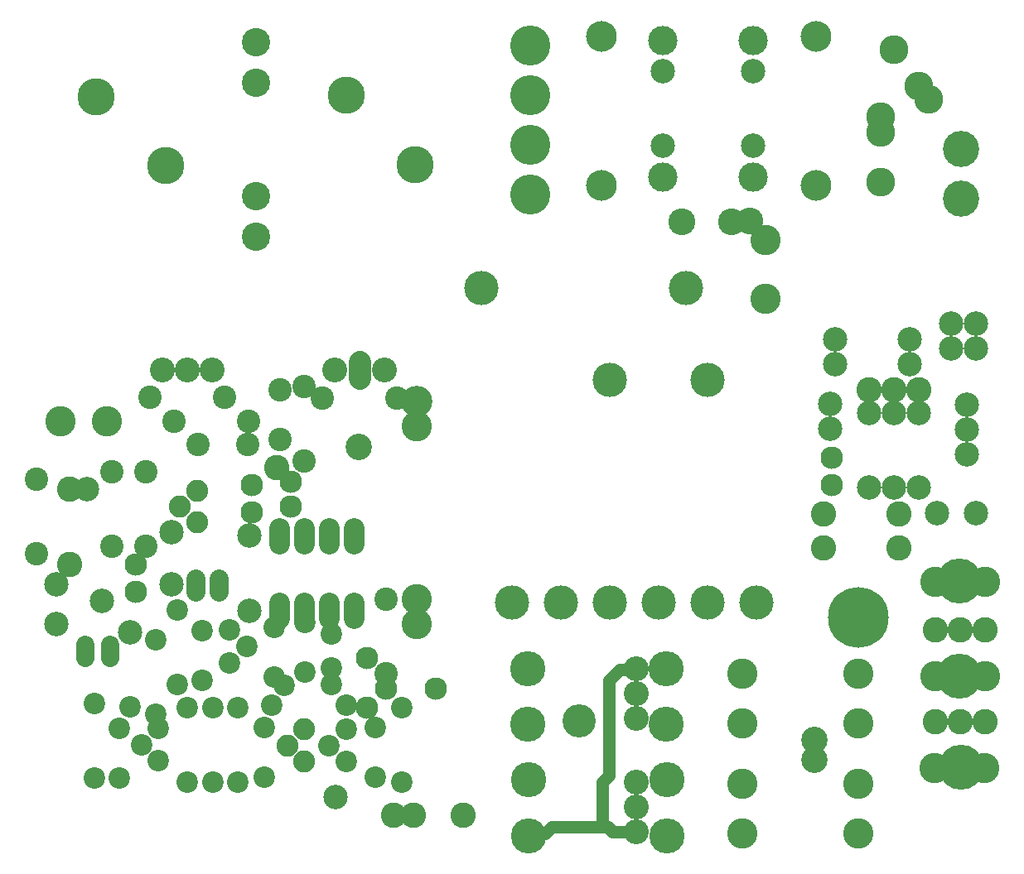
<source format=gbr>
%FSLAX34Y34*%
%MOMM*%
%LNSOLDERMASK_TOP*%
G71*
G01*
%ADD10C,3.800*%
%ADD11C,1.900*%
%ADD12C,2.200*%
%ADD13C,1.950*%
%ADD14C,2.150*%
%ADD15C,2.300*%
%ADD16C,2.500*%
%ADD17C,2.500*%
%ADD18C,2.400*%
%ADD19C,2.550*%
%ADD20C,2.300*%
%ADD21C,3.100*%
%ADD22C,3.500*%
%ADD23C,2.250*%
%ADD24C,2.750*%
%ADD25C,2.600*%
%ADD26C,3.700*%
%ADD27C,2.950*%
%ADD28C,3.000*%
%ADD29C,3.150*%
%ADD30C,3.100*%
%ADD31C,2.600*%
%ADD32C,2.700*%
%ADD33C,2.900*%
%ADD34C,6.200*%
%ADD35C,3.100*%
%ADD36C,2.700*%
%ADD37C,4.100*%
%ADD38C,2.500*%
%ADD39C,3.600*%
%ADD40C,3.400*%
%ADD41C,1.300*%
%ADD42C,3.200*%
%ADD43C,3.500*%
%ADD44C,2.600*%
%ADD45C,4.600*%
%ADD46C,2.500*%
%LPD*%
X491487Y713696D02*
G54D10*
D03*
X420777Y784407D02*
G54D10*
D03*
G54D11*
X154243Y222327D02*
X154243Y209327D01*
G54D11*
X179644Y222326D02*
X179644Y209326D01*
X477594Y158116D02*
G54D12*
D03*
X477593Y81916D02*
G54D12*
D03*
G54D13*
X266399Y290326D02*
X266399Y276826D01*
G54D13*
X290368Y290326D02*
X290368Y276826D01*
G54D14*
X352522Y250028D02*
X352522Y265528D01*
G54D14*
X377922Y250028D02*
X377922Y265528D01*
G54D14*
X403322Y250028D02*
X403322Y265528D01*
G54D14*
X428722Y250028D02*
X428722Y265528D01*
G54D14*
X352522Y326229D02*
X352522Y341729D01*
G54D14*
X377921Y326228D02*
X377921Y341728D01*
G54D14*
X403322Y326228D02*
X403322Y341728D01*
G54D14*
X428722Y326228D02*
X428722Y341728D01*
X405306Y233569D02*
G54D12*
D03*
X405307Y198644D02*
G54D12*
D03*
X310112Y158115D02*
G54D12*
D03*
X310113Y81916D02*
G54D12*
D03*
X284316Y158116D02*
G54D12*
D03*
X284315Y81916D02*
G54D12*
D03*
X247918Y182315D02*
G54D12*
D03*
X247918Y258515D02*
G54D12*
D03*
X258519Y158116D02*
G54D12*
D03*
X258519Y81916D02*
G54D12*
D03*
X420784Y160941D02*
G54D12*
D03*
X344584Y160940D02*
G54D12*
D03*
X357284Y181181D02*
G54D12*
D03*
X405306Y181578D02*
G54D12*
D03*
X225974Y227569D02*
G54D12*
D03*
X225974Y151369D02*
G54D12*
D03*
X324688Y386148D02*
G54D15*
D03*
X324689Y358211D02*
G54D15*
D03*
X450209Y138272D02*
G54D12*
D03*
X450209Y87472D02*
G54D12*
D03*
X336703Y138272D02*
G54D12*
D03*
X336703Y87472D02*
G54D12*
D03*
X188953Y136779D02*
G54D12*
D03*
X188953Y85980D02*
G54D12*
D03*
X347419Y240666D02*
G54D12*
D03*
X347419Y189866D02*
G54D12*
D03*
X273715Y237083D02*
G54D12*
D03*
X273715Y186283D02*
G54D12*
D03*
X206190Y276370D02*
G54D15*
D03*
X206191Y304308D02*
G54D15*
D03*
X364031Y389144D02*
G54D15*
D03*
X364031Y363744D02*
G54D15*
D03*
X124907Y243993D02*
G54D16*
D03*
X124907Y283993D02*
G54D16*
D03*
X241950Y337372D02*
G54D17*
D03*
X241950Y284192D02*
G54D17*
D03*
X155742Y381783D02*
G54D16*
D03*
X296319Y475519D02*
G54D18*
D03*
X220119Y475519D02*
G54D18*
D03*
X232963Y503841D02*
G54D19*
D03*
X258362Y503841D02*
G54D19*
D03*
X283763Y503841D02*
G54D19*
D03*
X408778Y503841D02*
G54D19*
D03*
G54D20*
X434178Y512341D02*
X434178Y495341D01*
X459579Y503841D02*
G54D19*
D03*
X472532Y475123D02*
G54D18*
D03*
X396332Y475123D02*
G54D18*
D03*
X319734Y427100D02*
G54D18*
D03*
X268934Y427100D02*
G54D18*
D03*
X353470Y432260D02*
G54D18*
D03*
X353469Y483060D02*
G54D18*
D03*
X849223Y576542D02*
G54D21*
D03*
X849223Y636546D02*
G54D21*
D03*
X839780Y265492D02*
G54D22*
D03*
X789780Y265492D02*
G54D22*
D03*
X739780Y265492D02*
G54D22*
D03*
X689780Y265492D02*
G54D22*
D03*
X639780Y265492D02*
G54D22*
D03*
X589780Y265492D02*
G54D22*
D03*
X789780Y493274D02*
G54D22*
D03*
X689781Y493273D02*
G54D22*
D03*
X441972Y158020D02*
G54D15*
D03*
X441972Y208820D02*
G54D15*
D03*
X512616Y177467D02*
G54D15*
D03*
X461815Y177468D02*
G54D15*
D03*
X378319Y194677D02*
G54D12*
D03*
X378319Y245477D02*
G54D12*
D03*
X171176Y267172D02*
G54D16*
D03*
X229038Y103620D02*
G54D12*
D03*
X211575Y120398D02*
G54D12*
D03*
X229037Y137176D02*
G54D12*
D03*
X377922Y103176D02*
G54D23*
D03*
X360459Y119558D02*
G54D23*
D03*
X377922Y135939D02*
G54D23*
D03*
X420785Y102779D02*
G54D12*
D03*
X403322Y119557D02*
G54D12*
D03*
X420784Y136336D02*
G54D12*
D03*
X301496Y237480D02*
G54D12*
D03*
X318959Y220702D02*
G54D12*
D03*
X301496Y203925D02*
G54D12*
D03*
X268541Y347473D02*
G54D23*
D03*
X251078Y363854D02*
G54D23*
D03*
X268541Y380235D02*
G54D23*
D03*
X321962Y256876D02*
G54D17*
D03*
X321962Y334376D02*
G54D17*
D03*
X763344Y655548D02*
G54D24*
D03*
X814144Y655548D02*
G54D24*
D03*
X409698Y67148D02*
G54D16*
D03*
X349346Y403432D02*
G54D25*
D03*
X1048681Y729417D02*
G54D26*
D03*
X1048681Y678617D02*
G54D26*
D03*
X980258Y831260D02*
G54D27*
D03*
X1015813Y780483D02*
G54D27*
D03*
X1006252Y794137D02*
G54D27*
D03*
X744474Y840972D02*
G54D28*
D03*
X744474Y701272D02*
G54D28*
D03*
X836548Y840972D02*
G54D28*
D03*
X836548Y701272D02*
G54D28*
D03*
X836548Y733418D02*
G54D16*
D03*
X836548Y809618D02*
G54D16*
D03*
X901239Y844940D02*
G54D29*
D03*
X901239Y692540D02*
G54D29*
D03*
X744076Y733022D02*
G54D16*
D03*
X744076Y809222D02*
G54D16*
D03*
X967259Y746432D02*
G54D27*
D03*
X967259Y695632D02*
G54D27*
D03*
X128803Y450759D02*
G54D30*
D03*
X176503Y450758D02*
G54D30*
D03*
X492772Y445749D02*
G54D21*
D03*
X492772Y268749D02*
G54D21*
D03*
X539846Y48228D02*
G54D25*
D03*
X489047Y48228D02*
G54D25*
D03*
X908307Y321822D02*
G54D31*
D03*
X985806Y321822D02*
G54D31*
D03*
X908306Y356747D02*
G54D31*
D03*
X985806Y356747D02*
G54D31*
D03*
X433782Y425024D02*
G54D32*
D03*
X163157Y162179D02*
G54D12*
D03*
X163156Y85980D02*
G54D12*
D03*
X328282Y839013D02*
G54D33*
D03*
X328282Y797341D02*
G54D33*
D03*
X492772Y243349D02*
G54D21*
D03*
X236138Y712708D02*
G54D10*
D03*
X165428Y783418D02*
G54D10*
D03*
X328678Y640179D02*
G54D33*
D03*
X328678Y681851D02*
G54D33*
D03*
X943762Y250411D02*
G54D34*
D03*
X825312Y141842D02*
G54D35*
D03*
X825311Y192642D02*
G54D35*
D03*
X825311Y29129D02*
G54D35*
D03*
X825311Y79930D02*
G54D35*
D03*
X1022753Y286902D02*
G54D21*
D03*
X1073553Y286902D02*
G54D21*
D03*
X1022753Y190065D02*
G54D21*
D03*
X1073553Y190065D02*
G54D21*
D03*
X1022356Y96799D02*
G54D21*
D03*
X1073156Y96799D02*
G54D21*
D03*
X899330Y124974D02*
G54D36*
D03*
X899330Y105130D02*
G54D36*
D03*
X609022Y683257D02*
G54D37*
D03*
X609022Y734057D02*
G54D37*
D03*
X609022Y784857D02*
G54D37*
D03*
X609022Y835657D02*
G54D37*
D03*
X1064661Y357060D02*
G54D38*
D03*
X1024661Y357060D02*
G54D38*
D03*
X833041Y655638D02*
G54D24*
D03*
X606478Y141624D02*
G54D39*
D03*
X747909Y141625D02*
G54D39*
D03*
X606476Y198378D02*
G54D39*
D03*
X747908Y198378D02*
G54D39*
D03*
X748703Y27325D02*
G54D39*
D03*
X607272Y27324D02*
G54D39*
D03*
X748704Y84475D02*
G54D39*
D03*
X607273Y84474D02*
G54D39*
D03*
X716954Y30896D02*
G54D19*
D03*
X716954Y56296D02*
G54D19*
D03*
X716954Y81696D02*
G54D19*
D03*
X716952Y147578D02*
G54D19*
D03*
X716952Y172978D02*
G54D19*
D03*
X716952Y198378D02*
G54D19*
D03*
X658708Y144469D02*
G54D40*
D03*
G54D41*
X607272Y29309D02*
X624224Y29309D01*
X631031Y36116D01*
X688181Y36116D01*
X692944Y31353D01*
X716497Y31353D01*
X716954Y30896D01*
G54D41*
X682228Y36116D02*
X682228Y81636D01*
X689408Y88816D01*
X689408Y185774D01*
X700484Y196850D01*
X715424Y196850D01*
X716952Y198378D01*
X492772Y471546D02*
G54D42*
D03*
X199484Y234869D02*
G54D38*
D03*
X199484Y158670D02*
G54D12*
D03*
X558798Y587730D02*
G54D43*
D03*
X768349Y587730D02*
G54D43*
D03*
X1005651Y483350D02*
G54D44*
D03*
X980251Y483350D02*
G54D44*
D03*
X954851Y483349D02*
G54D44*
D03*
X681371Y844940D02*
G54D29*
D03*
X681370Y692540D02*
G54D29*
D03*
X1005651Y459934D02*
G54D16*
D03*
X1005650Y383735D02*
G54D16*
D03*
X980251Y459934D02*
G54D16*
D03*
X980250Y383735D02*
G54D16*
D03*
X954851Y459934D02*
G54D16*
D03*
X954850Y383735D02*
G54D16*
D03*
X916878Y385970D02*
G54D15*
D03*
X916878Y413907D02*
G54D15*
D03*
X996920Y509543D02*
G54D16*
D03*
X920720Y509544D02*
G54D16*
D03*
X996920Y535340D02*
G54D16*
D03*
X920721Y535341D02*
G54D16*
D03*
X915290Y468676D02*
G54D16*
D03*
X915290Y443276D02*
G54D16*
D03*
X944374Y141842D02*
G54D35*
D03*
X944374Y192642D02*
G54D35*
D03*
X944374Y29129D02*
G54D35*
D03*
X944374Y79930D02*
G54D35*
D03*
X1022753Y237690D02*
G54D25*
D03*
X1073553Y237690D02*
G54D25*
D03*
X1022753Y144027D02*
G54D25*
D03*
X1073553Y144027D02*
G54D25*
D03*
X1047750Y190500D02*
G54D45*
D03*
X1048941Y97631D02*
G54D45*
D03*
X1047750Y287338D02*
G54D45*
D03*
X1073553Y237690D02*
G54D25*
D03*
X1048153Y237689D02*
G54D25*
D03*
X1073553Y144027D02*
G54D25*
D03*
X1048153Y144027D02*
G54D25*
D03*
X1055104Y417665D02*
G54D46*
D03*
X1055104Y443065D02*
G54D46*
D03*
X1055104Y468465D02*
G54D46*
D03*
X1039019Y551259D02*
G54D16*
D03*
X1039019Y525859D02*
G54D16*
D03*
X1064419Y551259D02*
G54D16*
D03*
X1064419Y525859D02*
G54D16*
D03*
X321322Y450913D02*
G54D18*
D03*
X245122Y450913D02*
G54D18*
D03*
X377282Y410829D02*
G54D18*
D03*
X377282Y487029D02*
G54D18*
D03*
X103873Y315346D02*
G54D18*
D03*
X103873Y391546D02*
G54D18*
D03*
X461418Y193343D02*
G54D18*
D03*
X461418Y269543D02*
G54D18*
D03*
X181228Y323085D02*
G54D18*
D03*
X181228Y399285D02*
G54D18*
D03*
X215756Y323085D02*
G54D18*
D03*
X215756Y399285D02*
G54D18*
D03*
X138279Y381783D02*
G54D31*
D03*
X138279Y304283D02*
G54D31*
D03*
X967259Y762704D02*
G54D27*
D03*
X468807Y48228D02*
G54D25*
D03*
M02*

</source>
